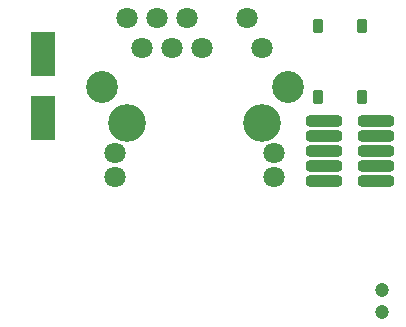
<source format=gbr>
G04 --- HEADER BEGIN --- *
G04 #@! TF.GenerationSoftware,LibrePCB,LibrePCB,1.0.1-unstable*
G04 #@! TF.CreationDate,2024-02-11T18:20:56*
G04 #@! TF.ProjectId,d0-reader,9220702f-a48e-4216-8865-87f6ea8ca353,v2*
G04 #@! TF.Part,Single*
G04 #@! TF.SameCoordinates*
G04 #@! TF.FileFunction,Soldermask,Top*
G04 #@! TF.FilePolarity,Negative*
%FSLAX66Y66*%
%MOMM*%
G01*
G75*
G04 --- HEADER END --- *
G04 --- APERTURE LIST BEGIN --- *
%AMROUNDEDRECT10*20,1,0.96,-1.26,0.0,1.26,0.0,0.0*20,1,0.38,-1.55,0.0,1.55,0.0,0.0*1,1,0.58,-1.26,0.19*1,1,0.58,1.26,0.19*1,1,0.58,1.26,-0.19*1,1,0.58,-1.26,-0.19*%
%ADD10ROUNDEDRECT10*%
%ADD11C,1.2*%
%AMROUNDEDRECT12*20,1,0.9,-0.325,0.0,0.325,0.0,90.0*20,1,0.35,-0.6,0.0,0.6,0.0,90.0*1,1,0.55,-0.175,-0.325*1,1,0.55,-0.175,0.325*1,1,0.55,0.175,0.325*1,1,0.55,0.175,-0.325*%
%ADD12ROUNDEDRECT12*%
%ADD13C,1.8*%
%ADD14C,2.7*%
%ADD15C,3.2*%
%AMROUNDEDRECT16*20,1,2.0,-1.8,0.0,1.8,0.0,90.0*20,1,1.8,-1.9,0.0,1.9,0.0,90.0*1,1,0.2,-0.9,-1.8*1,1,0.2,-0.9,1.8*1,1,0.2,0.9,1.8*1,1,0.2,0.9,-1.8*%
%ADD16ROUNDEDRECT16*%
G04 --- APERTURE LIST END --- *
G04 --- BOARD BEGIN --- *
D10*
G04 #@! TO.C,J2*
X15381250Y4127500D03*
X10971250Y4127500D03*
X10971250Y1587500D03*
X10971250Y5397500D03*
X15381250Y1587500D03*
X15381250Y2857500D03*
X10971250Y2857500D03*
X10971250Y6667500D03*
X15381250Y6667500D03*
X15381250Y5397500D03*
D11*
G04 #@! TO.C,TP1*
X15875000Y-7620000D03*
D12*
G04 #@! TO.C,S1*
X14153125Y8668125D03*
X10453125Y14668125D03*
X14153125Y14668125D03*
X10453125Y8668125D03*
D13*
G04 #@! TO.C,J1*
X635000Y12825000D03*
X-6725000Y3935000D03*
D14*
X-7875000Y9525000D03*
D13*
X-1905000Y12825000D03*
X-5715000Y15365000D03*
D14*
X7875000Y9525000D03*
D13*
X4445000Y15365000D03*
X-6725000Y1905000D03*
X-4445000Y12825000D03*
X5715000Y12825000D03*
X6725000Y3935000D03*
X6725000Y1905000D03*
X-635000Y15365000D03*
X-3175000Y15365000D03*
D15*
G04 #@! TD*
X5715000Y6475000D03*
X-5715000Y6475000D03*
D11*
G04 #@! TO.C,TP2*
X15875000Y-9525000D03*
D16*
G04 #@! TO.C,C17*
X-12858750Y6904375D03*
X-12858750Y12304375D03*
G04 --- BOARD END --- *
G04 #@! TF.MD5,5962c30b16575feb7f59416bf885d6b9*
M02*

</source>
